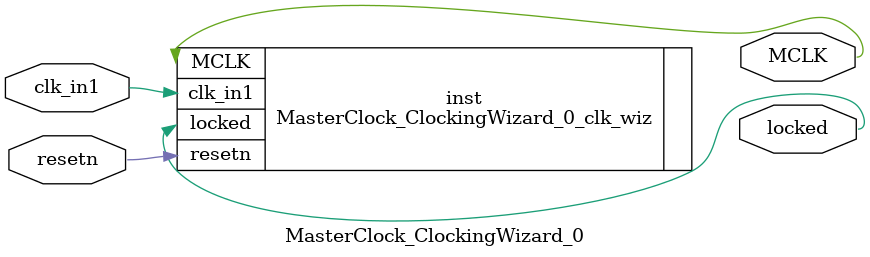
<source format=v>


`timescale 1ps/1ps

(* CORE_GENERATION_INFO = "MasterClock_ClockingWizard_0,clk_wiz_v6_0_6_0_0,{component_name=MasterClock_ClockingWizard_0,use_phase_alignment=true,use_min_o_jitter=true,use_max_i_jitter=false,use_dyn_phase_shift=false,use_inclk_switchover=false,use_dyn_reconfig=false,enable_axi=0,feedback_source=FDBK_AUTO,PRIMITIVE=PLL,num_out_clk=1,clkin1_period=8.000,clkin2_period=10.000,use_power_down=false,use_reset=true,use_locked=true,use_inclk_stopped=false,feedback_type=SINGLE,CLOCK_MGR_TYPE=NA,manual_override=false}" *)

module MasterClock_ClockingWizard_0 
 (
  // Clock out ports
  output        MCLK,
  // Status and control signals
  input         resetn,
  output        locked,
 // Clock in ports
  input         clk_in1
 );

  MasterClock_ClockingWizard_0_clk_wiz inst
  (
  // Clock out ports  
  .MCLK(MCLK),
  // Status and control signals               
  .resetn(resetn), 
  .locked(locked),
 // Clock in ports
  .clk_in1(clk_in1)
  );

endmodule

</source>
